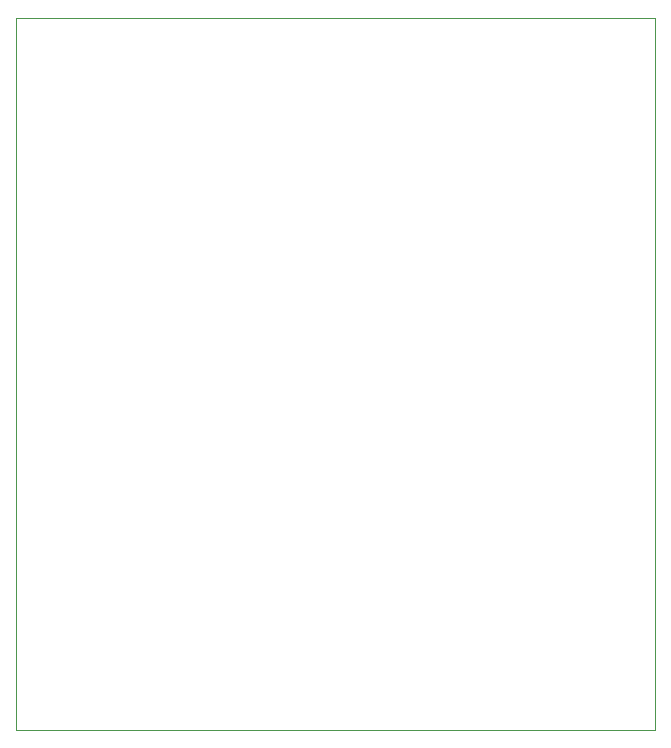
<source format=gbr>
G04 #@! TF.GenerationSoftware,KiCad,Pcbnew,9.0.4*
G04 #@! TF.CreationDate,2025-09-12T18:01:42+08:00*
G04 #@! TF.ProjectId,boost-convertor,626f6f73-742d-4636-9f6e-766572746f72,rev?*
G04 #@! TF.SameCoordinates,Original*
G04 #@! TF.FileFunction,Profile,NP*
%FSLAX46Y46*%
G04 Gerber Fmt 4.6, Leading zero omitted, Abs format (unit mm)*
G04 Created by KiCad (PCBNEW 9.0.4) date 2025-09-12 18:01:42*
%MOMM*%
%LPD*%
G01*
G04 APERTURE LIST*
G04 #@! TA.AperFunction,Profile*
%ADD10C,0.050000*%
G04 #@! TD*
G04 APERTURE END LIST*
D10*
X88100000Y-46100000D02*
X142200000Y-46100000D01*
X142200000Y-106400000D01*
X88100000Y-106400000D01*
X88100000Y-46100000D01*
M02*

</source>
